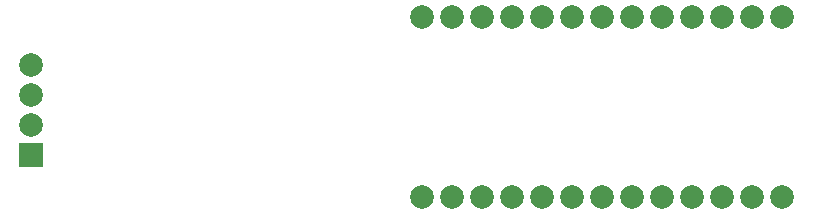
<source format=gbr>
%TF.GenerationSoftware,KiCad,Pcbnew,9.0.0*%
%TF.CreationDate,2025-05-17T10:00:07-07:00*%
%TF.ProjectId,nnv2-toupee,6e6e7632-2d74-46f7-9570-65652e6b6963,rev?*%
%TF.SameCoordinates,Original*%
%TF.FileFunction,Copper,L1,Top*%
%TF.FilePolarity,Positive*%
%FSLAX46Y46*%
G04 Gerber Fmt 4.6, Leading zero omitted, Abs format (unit mm)*
G04 Created by KiCad (PCBNEW 9.0.0) date 2025-05-17 10:00:07*
%MOMM*%
%LPD*%
G01*
G04 APERTURE LIST*
%TA.AperFunction,ComponentPad*%
%ADD10R,2.000000X2.000000*%
%TD*%
%TA.AperFunction,ComponentPad*%
%ADD11C,2.000000*%
%TD*%
G04 APERTURE END LIST*
D10*
%TO.P,J3,1,Pin_1*%
%TO.N,GND*%
X145000000Y-90495000D03*
D11*
%TO.P,J3,2,Pin_2*%
%TO.N,VCC*%
X145000000Y-87955000D03*
%TO.P,J3,3,Pin_3*%
%TO.N,/SCL*%
X145000000Y-85415000D03*
%TO.P,J3,4,Pin_4*%
%TO.N,/SDA*%
X145000000Y-82875000D03*
%TD*%
%TO.P,U1,1,GP0(TX)*%
%TO.N,unconnected-(U1-GP0(TX)-Pad1)*%
X206010000Y-78809991D03*
%TO.P,U1,2,GP1(RX)*%
%TO.N,unconnected-(U1-GP1(RX)-Pad2)*%
X203470000Y-78809991D03*
%TO.P,U1,3,GND*%
%TO.N,unconnected-(U1-GND-Pad3)*%
X200930000Y-78809991D03*
%TO.P,U1,4,GND*%
%TO.N,unconnected-(U1-GND-Pad4)*%
X198390000Y-78809991D03*
%TO.P,U1,5,SDA(GP2)*%
%TO.N,/SDA*%
X195850000Y-78809991D03*
%TO.P,U1,6,SCL(GP3)*%
%TO.N,/SCL*%
X193310000Y-78809991D03*
%TO.P,U1,7,GP4*%
%TO.N,unconnected-(U1-GP4-Pad7)*%
X190770000Y-78809991D03*
%TO.P,U1,8,GP5*%
%TO.N,unconnected-(U1-GP5-Pad8)*%
X188230000Y-78809991D03*
%TO.P,U1,9,GP6*%
%TO.N,unconnected-(U1-GP6-Pad9)*%
X185690000Y-78809991D03*
%TO.P,U1,10,GP7*%
%TO.N,unconnected-(U1-GP7-Pad10)*%
X183150000Y-78809991D03*
%TO.P,U1,11,GP8*%
%TO.N,unconnected-(U1-GP8-Pad11)*%
X180610000Y-78809991D03*
%TO.P,U1,12,GP9*%
%TO.N,unconnected-(U1-GP9-Pad12)*%
X178070000Y-78809991D03*
%TO.P,U1,13,GP21*%
%TO.N,unconnected-(U1-GP21-Pad13)*%
X178070010Y-94050001D03*
%TO.P,U1,14,GP23*%
%TO.N,unconnected-(U1-GP23-Pad14)*%
X180610010Y-94050001D03*
%TO.P,U1,15,GP20*%
%TO.N,unconnected-(U1-GP20-Pad15)*%
X183150010Y-94050001D03*
%TO.P,U1,16,GP22*%
%TO.N,unconnected-(U1-GP22-Pad16)*%
X185690010Y-94050001D03*
%TO.P,U1,17,GP26(A0)*%
%TO.N,unconnected-(U1-GP26(A0)-Pad17)*%
X188230010Y-94050001D03*
%TO.P,U1,18,GP27(A1)*%
%TO.N,unconnected-(U1-GP27(A1)-Pad18)*%
X190770010Y-94050001D03*
%TO.P,U1,19,GP28(A2)*%
%TO.N,unconnected-(U1-GP28(A2)-Pad19)*%
X193310010Y-94050001D03*
%TO.P,U1,20,GP29(A3)*%
%TO.N,unconnected-(U1-GP29(A3)-Pad20)*%
X195850010Y-94050001D03*
%TO.P,U1,21,3v3*%
%TO.N,VCC*%
X198390010Y-94050001D03*
%TO.P,U1,22,RST*%
%TO.N,unconnected-(U1-RST-Pad22)*%
X200930010Y-94050001D03*
%TO.P,U1,23,GND*%
%TO.N,GND*%
X203470010Y-94050001D03*
%TO.P,U1,24,5V*%
%TO.N,/RAW*%
X206010010Y-94050001D03*
%TO.P,U1,33,GP10(B-)*%
%TO.N,unconnected-(U1-GP10(B-)-Pad33)*%
X208550000Y-78809991D03*
%TO.P,U1,34,GP11(B+)*%
%TO.N,unconnected-(U1-GP11(B+)-Pad34)*%
X208550010Y-94050001D03*
%TD*%
M02*

</source>
